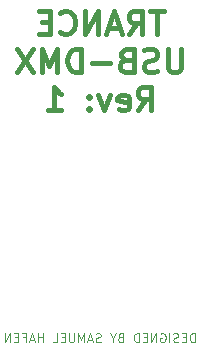
<source format=gbr>
%TF.GenerationSoftware,KiCad,Pcbnew,9.0.0*%
%TF.CreationDate,2025-07-11T23:31:07+02:00*%
%TF.ProjectId,usb-dmx,7573622d-646d-4782-9e6b-696361645f70,1*%
%TF.SameCoordinates,Original*%
%TF.FileFunction,Legend,Bot*%
%TF.FilePolarity,Positive*%
%FSLAX46Y46*%
G04 Gerber Fmt 4.6, Leading zero omitted, Abs format (unit mm)*
G04 Created by KiCad (PCBNEW 9.0.0) date 2025-07-11 23:31:07*
%MOMM*%
%LPD*%
G01*
G04 APERTURE LIST*
%ADD10C,0.093750*%
%ADD11C,0.400000*%
G04 APERTURE END LIST*
D10*
X108017856Y-93342089D02*
X108017856Y-92592089D01*
X108017856Y-92592089D02*
X107839285Y-92592089D01*
X107839285Y-92592089D02*
X107732142Y-92627803D01*
X107732142Y-92627803D02*
X107660713Y-92699232D01*
X107660713Y-92699232D02*
X107624999Y-92770660D01*
X107624999Y-92770660D02*
X107589285Y-92913517D01*
X107589285Y-92913517D02*
X107589285Y-93020660D01*
X107589285Y-93020660D02*
X107624999Y-93163517D01*
X107624999Y-93163517D02*
X107660713Y-93234946D01*
X107660713Y-93234946D02*
X107732142Y-93306375D01*
X107732142Y-93306375D02*
X107839285Y-93342089D01*
X107839285Y-93342089D02*
X108017856Y-93342089D01*
X107267856Y-92949232D02*
X107017856Y-92949232D01*
X106910713Y-93342089D02*
X107267856Y-93342089D01*
X107267856Y-93342089D02*
X107267856Y-92592089D01*
X107267856Y-92592089D02*
X106910713Y-92592089D01*
X106624999Y-93306375D02*
X106517857Y-93342089D01*
X106517857Y-93342089D02*
X106339285Y-93342089D01*
X106339285Y-93342089D02*
X106267857Y-93306375D01*
X106267857Y-93306375D02*
X106232142Y-93270660D01*
X106232142Y-93270660D02*
X106196428Y-93199232D01*
X106196428Y-93199232D02*
X106196428Y-93127803D01*
X106196428Y-93127803D02*
X106232142Y-93056375D01*
X106232142Y-93056375D02*
X106267857Y-93020660D01*
X106267857Y-93020660D02*
X106339285Y-92984946D01*
X106339285Y-92984946D02*
X106482142Y-92949232D01*
X106482142Y-92949232D02*
X106553571Y-92913517D01*
X106553571Y-92913517D02*
X106589285Y-92877803D01*
X106589285Y-92877803D02*
X106624999Y-92806375D01*
X106624999Y-92806375D02*
X106624999Y-92734946D01*
X106624999Y-92734946D02*
X106589285Y-92663517D01*
X106589285Y-92663517D02*
X106553571Y-92627803D01*
X106553571Y-92627803D02*
X106482142Y-92592089D01*
X106482142Y-92592089D02*
X106303571Y-92592089D01*
X106303571Y-92592089D02*
X106196428Y-92627803D01*
X105874999Y-93342089D02*
X105874999Y-92592089D01*
X105124999Y-92627803D02*
X105196428Y-92592089D01*
X105196428Y-92592089D02*
X105303570Y-92592089D01*
X105303570Y-92592089D02*
X105410713Y-92627803D01*
X105410713Y-92627803D02*
X105482142Y-92699232D01*
X105482142Y-92699232D02*
X105517856Y-92770660D01*
X105517856Y-92770660D02*
X105553570Y-92913517D01*
X105553570Y-92913517D02*
X105553570Y-93020660D01*
X105553570Y-93020660D02*
X105517856Y-93163517D01*
X105517856Y-93163517D02*
X105482142Y-93234946D01*
X105482142Y-93234946D02*
X105410713Y-93306375D01*
X105410713Y-93306375D02*
X105303570Y-93342089D01*
X105303570Y-93342089D02*
X105232142Y-93342089D01*
X105232142Y-93342089D02*
X105124999Y-93306375D01*
X105124999Y-93306375D02*
X105089285Y-93270660D01*
X105089285Y-93270660D02*
X105089285Y-93020660D01*
X105089285Y-93020660D02*
X105232142Y-93020660D01*
X104767856Y-93342089D02*
X104767856Y-92592089D01*
X104767856Y-92592089D02*
X104339285Y-93342089D01*
X104339285Y-93342089D02*
X104339285Y-92592089D01*
X103982142Y-92949232D02*
X103732142Y-92949232D01*
X103624999Y-93342089D02*
X103982142Y-93342089D01*
X103982142Y-93342089D02*
X103982142Y-92592089D01*
X103982142Y-92592089D02*
X103624999Y-92592089D01*
X103303571Y-93342089D02*
X103303571Y-92592089D01*
X103303571Y-92592089D02*
X103125000Y-92592089D01*
X103125000Y-92592089D02*
X103017857Y-92627803D01*
X103017857Y-92627803D02*
X102946428Y-92699232D01*
X102946428Y-92699232D02*
X102910714Y-92770660D01*
X102910714Y-92770660D02*
X102875000Y-92913517D01*
X102875000Y-92913517D02*
X102875000Y-93020660D01*
X102875000Y-93020660D02*
X102910714Y-93163517D01*
X102910714Y-93163517D02*
X102946428Y-93234946D01*
X102946428Y-93234946D02*
X103017857Y-93306375D01*
X103017857Y-93306375D02*
X103125000Y-93342089D01*
X103125000Y-93342089D02*
X103303571Y-93342089D01*
X101732142Y-92949232D02*
X101624999Y-92984946D01*
X101624999Y-92984946D02*
X101589285Y-93020660D01*
X101589285Y-93020660D02*
X101553571Y-93092089D01*
X101553571Y-93092089D02*
X101553571Y-93199232D01*
X101553571Y-93199232D02*
X101589285Y-93270660D01*
X101589285Y-93270660D02*
X101624999Y-93306375D01*
X101624999Y-93306375D02*
X101696428Y-93342089D01*
X101696428Y-93342089D02*
X101982142Y-93342089D01*
X101982142Y-93342089D02*
X101982142Y-92592089D01*
X101982142Y-92592089D02*
X101732142Y-92592089D01*
X101732142Y-92592089D02*
X101660714Y-92627803D01*
X101660714Y-92627803D02*
X101624999Y-92663517D01*
X101624999Y-92663517D02*
X101589285Y-92734946D01*
X101589285Y-92734946D02*
X101589285Y-92806375D01*
X101589285Y-92806375D02*
X101624999Y-92877803D01*
X101624999Y-92877803D02*
X101660714Y-92913517D01*
X101660714Y-92913517D02*
X101732142Y-92949232D01*
X101732142Y-92949232D02*
X101982142Y-92949232D01*
X101089285Y-92984946D02*
X101089285Y-93342089D01*
X101339285Y-92592089D02*
X101089285Y-92984946D01*
X101089285Y-92984946D02*
X100839285Y-92592089D01*
X100053570Y-93306375D02*
X99946428Y-93342089D01*
X99946428Y-93342089D02*
X99767856Y-93342089D01*
X99767856Y-93342089D02*
X99696428Y-93306375D01*
X99696428Y-93306375D02*
X99660713Y-93270660D01*
X99660713Y-93270660D02*
X99624999Y-93199232D01*
X99624999Y-93199232D02*
X99624999Y-93127803D01*
X99624999Y-93127803D02*
X99660713Y-93056375D01*
X99660713Y-93056375D02*
X99696428Y-93020660D01*
X99696428Y-93020660D02*
X99767856Y-92984946D01*
X99767856Y-92984946D02*
X99910713Y-92949232D01*
X99910713Y-92949232D02*
X99982142Y-92913517D01*
X99982142Y-92913517D02*
X100017856Y-92877803D01*
X100017856Y-92877803D02*
X100053570Y-92806375D01*
X100053570Y-92806375D02*
X100053570Y-92734946D01*
X100053570Y-92734946D02*
X100017856Y-92663517D01*
X100017856Y-92663517D02*
X99982142Y-92627803D01*
X99982142Y-92627803D02*
X99910713Y-92592089D01*
X99910713Y-92592089D02*
X99732142Y-92592089D01*
X99732142Y-92592089D02*
X99624999Y-92627803D01*
X99339284Y-93127803D02*
X98982142Y-93127803D01*
X99410713Y-93342089D02*
X99160713Y-92592089D01*
X99160713Y-92592089D02*
X98910713Y-93342089D01*
X98660713Y-93342089D02*
X98660713Y-92592089D01*
X98660713Y-92592089D02*
X98410713Y-93127803D01*
X98410713Y-93127803D02*
X98160713Y-92592089D01*
X98160713Y-92592089D02*
X98160713Y-93342089D01*
X97803570Y-92592089D02*
X97803570Y-93199232D01*
X97803570Y-93199232D02*
X97767856Y-93270660D01*
X97767856Y-93270660D02*
X97732142Y-93306375D01*
X97732142Y-93306375D02*
X97660713Y-93342089D01*
X97660713Y-93342089D02*
X97517856Y-93342089D01*
X97517856Y-93342089D02*
X97446427Y-93306375D01*
X97446427Y-93306375D02*
X97410713Y-93270660D01*
X97410713Y-93270660D02*
X97374999Y-93199232D01*
X97374999Y-93199232D02*
X97374999Y-92592089D01*
X97017856Y-92949232D02*
X96767856Y-92949232D01*
X96660713Y-93342089D02*
X97017856Y-93342089D01*
X97017856Y-93342089D02*
X97017856Y-92592089D01*
X97017856Y-92592089D02*
X96660713Y-92592089D01*
X95982142Y-93342089D02*
X96339285Y-93342089D01*
X96339285Y-93342089D02*
X96339285Y-92592089D01*
X95160713Y-93342089D02*
X95160713Y-92592089D01*
X95160713Y-92949232D02*
X94732142Y-92949232D01*
X94732142Y-93342089D02*
X94732142Y-92592089D01*
X94410713Y-93127803D02*
X94053571Y-93127803D01*
X94482142Y-93342089D02*
X94232142Y-92592089D01*
X94232142Y-92592089D02*
X93982142Y-93342089D01*
X93482142Y-92949232D02*
X93732142Y-92949232D01*
X93732142Y-93342089D02*
X93732142Y-92592089D01*
X93732142Y-92592089D02*
X93374999Y-92592089D01*
X93089285Y-92949232D02*
X92839285Y-92949232D01*
X92732142Y-93342089D02*
X93089285Y-93342089D01*
X93089285Y-93342089D02*
X93089285Y-92592089D01*
X93089285Y-92592089D02*
X92732142Y-92592089D01*
X92410714Y-93342089D02*
X92410714Y-92592089D01*
X92410714Y-92592089D02*
X91982143Y-93342089D01*
X91982143Y-93342089D02*
X91982143Y-92592089D01*
D11*
X105380952Y-65294662D02*
X104238095Y-65294662D01*
X104809524Y-67294662D02*
X104809524Y-65294662D01*
X102428571Y-67294662D02*
X103095238Y-66342281D01*
X103571428Y-67294662D02*
X103571428Y-65294662D01*
X103571428Y-65294662D02*
X102809523Y-65294662D01*
X102809523Y-65294662D02*
X102619047Y-65389900D01*
X102619047Y-65389900D02*
X102523809Y-65485138D01*
X102523809Y-65485138D02*
X102428571Y-65675614D01*
X102428571Y-65675614D02*
X102428571Y-65961328D01*
X102428571Y-65961328D02*
X102523809Y-66151804D01*
X102523809Y-66151804D02*
X102619047Y-66247043D01*
X102619047Y-66247043D02*
X102809523Y-66342281D01*
X102809523Y-66342281D02*
X103571428Y-66342281D01*
X101666666Y-66723233D02*
X100714285Y-66723233D01*
X101857142Y-67294662D02*
X101190476Y-65294662D01*
X101190476Y-65294662D02*
X100523809Y-67294662D01*
X99857142Y-67294662D02*
X99857142Y-65294662D01*
X99857142Y-65294662D02*
X98714285Y-67294662D01*
X98714285Y-67294662D02*
X98714285Y-65294662D01*
X96619047Y-67104185D02*
X96714285Y-67199424D01*
X96714285Y-67199424D02*
X96999999Y-67294662D01*
X96999999Y-67294662D02*
X97190475Y-67294662D01*
X97190475Y-67294662D02*
X97476190Y-67199424D01*
X97476190Y-67199424D02*
X97666666Y-67008947D01*
X97666666Y-67008947D02*
X97761904Y-66818471D01*
X97761904Y-66818471D02*
X97857142Y-66437519D01*
X97857142Y-66437519D02*
X97857142Y-66151804D01*
X97857142Y-66151804D02*
X97761904Y-65770852D01*
X97761904Y-65770852D02*
X97666666Y-65580376D01*
X97666666Y-65580376D02*
X97476190Y-65389900D01*
X97476190Y-65389900D02*
X97190475Y-65294662D01*
X97190475Y-65294662D02*
X96999999Y-65294662D01*
X96999999Y-65294662D02*
X96714285Y-65389900D01*
X96714285Y-65389900D02*
X96619047Y-65485138D01*
X95761904Y-66247043D02*
X95095237Y-66247043D01*
X94809523Y-67294662D02*
X95761904Y-67294662D01*
X95761904Y-67294662D02*
X95761904Y-65294662D01*
X95761904Y-65294662D02*
X94809523Y-65294662D01*
X106857142Y-68514550D02*
X106857142Y-70133597D01*
X106857142Y-70133597D02*
X106761904Y-70324073D01*
X106761904Y-70324073D02*
X106666666Y-70419312D01*
X106666666Y-70419312D02*
X106476190Y-70514550D01*
X106476190Y-70514550D02*
X106095237Y-70514550D01*
X106095237Y-70514550D02*
X105904761Y-70419312D01*
X105904761Y-70419312D02*
X105809523Y-70324073D01*
X105809523Y-70324073D02*
X105714285Y-70133597D01*
X105714285Y-70133597D02*
X105714285Y-68514550D01*
X104857142Y-70419312D02*
X104571428Y-70514550D01*
X104571428Y-70514550D02*
X104095237Y-70514550D01*
X104095237Y-70514550D02*
X103904761Y-70419312D01*
X103904761Y-70419312D02*
X103809523Y-70324073D01*
X103809523Y-70324073D02*
X103714285Y-70133597D01*
X103714285Y-70133597D02*
X103714285Y-69943121D01*
X103714285Y-69943121D02*
X103809523Y-69752645D01*
X103809523Y-69752645D02*
X103904761Y-69657407D01*
X103904761Y-69657407D02*
X104095237Y-69562169D01*
X104095237Y-69562169D02*
X104476190Y-69466931D01*
X104476190Y-69466931D02*
X104666666Y-69371692D01*
X104666666Y-69371692D02*
X104761904Y-69276454D01*
X104761904Y-69276454D02*
X104857142Y-69085978D01*
X104857142Y-69085978D02*
X104857142Y-68895502D01*
X104857142Y-68895502D02*
X104761904Y-68705026D01*
X104761904Y-68705026D02*
X104666666Y-68609788D01*
X104666666Y-68609788D02*
X104476190Y-68514550D01*
X104476190Y-68514550D02*
X103999999Y-68514550D01*
X103999999Y-68514550D02*
X103714285Y-68609788D01*
X102190475Y-69466931D02*
X101904761Y-69562169D01*
X101904761Y-69562169D02*
X101809523Y-69657407D01*
X101809523Y-69657407D02*
X101714285Y-69847883D01*
X101714285Y-69847883D02*
X101714285Y-70133597D01*
X101714285Y-70133597D02*
X101809523Y-70324073D01*
X101809523Y-70324073D02*
X101904761Y-70419312D01*
X101904761Y-70419312D02*
X102095237Y-70514550D01*
X102095237Y-70514550D02*
X102857142Y-70514550D01*
X102857142Y-70514550D02*
X102857142Y-68514550D01*
X102857142Y-68514550D02*
X102190475Y-68514550D01*
X102190475Y-68514550D02*
X101999999Y-68609788D01*
X101999999Y-68609788D02*
X101904761Y-68705026D01*
X101904761Y-68705026D02*
X101809523Y-68895502D01*
X101809523Y-68895502D02*
X101809523Y-69085978D01*
X101809523Y-69085978D02*
X101904761Y-69276454D01*
X101904761Y-69276454D02*
X101999999Y-69371692D01*
X101999999Y-69371692D02*
X102190475Y-69466931D01*
X102190475Y-69466931D02*
X102857142Y-69466931D01*
X100857142Y-69752645D02*
X99333333Y-69752645D01*
X98380952Y-70514550D02*
X98380952Y-68514550D01*
X98380952Y-68514550D02*
X97904762Y-68514550D01*
X97904762Y-68514550D02*
X97619047Y-68609788D01*
X97619047Y-68609788D02*
X97428571Y-68800264D01*
X97428571Y-68800264D02*
X97333333Y-68990740D01*
X97333333Y-68990740D02*
X97238095Y-69371692D01*
X97238095Y-69371692D02*
X97238095Y-69657407D01*
X97238095Y-69657407D02*
X97333333Y-70038359D01*
X97333333Y-70038359D02*
X97428571Y-70228835D01*
X97428571Y-70228835D02*
X97619047Y-70419312D01*
X97619047Y-70419312D02*
X97904762Y-70514550D01*
X97904762Y-70514550D02*
X98380952Y-70514550D01*
X96380952Y-70514550D02*
X96380952Y-68514550D01*
X96380952Y-68514550D02*
X95714285Y-69943121D01*
X95714285Y-69943121D02*
X95047619Y-68514550D01*
X95047619Y-68514550D02*
X95047619Y-70514550D01*
X94285714Y-68514550D02*
X92952381Y-70514550D01*
X92952381Y-68514550D02*
X94285714Y-70514550D01*
X103190476Y-73734438D02*
X103857143Y-72782057D01*
X104333333Y-73734438D02*
X104333333Y-71734438D01*
X104333333Y-71734438D02*
X103571428Y-71734438D01*
X103571428Y-71734438D02*
X103380952Y-71829676D01*
X103380952Y-71829676D02*
X103285714Y-71924914D01*
X103285714Y-71924914D02*
X103190476Y-72115390D01*
X103190476Y-72115390D02*
X103190476Y-72401104D01*
X103190476Y-72401104D02*
X103285714Y-72591580D01*
X103285714Y-72591580D02*
X103380952Y-72686819D01*
X103380952Y-72686819D02*
X103571428Y-72782057D01*
X103571428Y-72782057D02*
X104333333Y-72782057D01*
X101571428Y-73639200D02*
X101761904Y-73734438D01*
X101761904Y-73734438D02*
X102142857Y-73734438D01*
X102142857Y-73734438D02*
X102333333Y-73639200D01*
X102333333Y-73639200D02*
X102428571Y-73448723D01*
X102428571Y-73448723D02*
X102428571Y-72686819D01*
X102428571Y-72686819D02*
X102333333Y-72496342D01*
X102333333Y-72496342D02*
X102142857Y-72401104D01*
X102142857Y-72401104D02*
X101761904Y-72401104D01*
X101761904Y-72401104D02*
X101571428Y-72496342D01*
X101571428Y-72496342D02*
X101476190Y-72686819D01*
X101476190Y-72686819D02*
X101476190Y-72877295D01*
X101476190Y-72877295D02*
X102428571Y-73067771D01*
X100809523Y-72401104D02*
X100333333Y-73734438D01*
X100333333Y-73734438D02*
X99857142Y-72401104D01*
X99095237Y-73543961D02*
X98999999Y-73639200D01*
X98999999Y-73639200D02*
X99095237Y-73734438D01*
X99095237Y-73734438D02*
X99190475Y-73639200D01*
X99190475Y-73639200D02*
X99095237Y-73543961D01*
X99095237Y-73543961D02*
X99095237Y-73734438D01*
X99095237Y-72496342D02*
X98999999Y-72591580D01*
X98999999Y-72591580D02*
X99095237Y-72686819D01*
X99095237Y-72686819D02*
X99190475Y-72591580D01*
X99190475Y-72591580D02*
X99095237Y-72496342D01*
X99095237Y-72496342D02*
X99095237Y-72686819D01*
X95571427Y-73734438D02*
X96714284Y-73734438D01*
X96142856Y-73734438D02*
X96142856Y-71734438D01*
X96142856Y-71734438D02*
X96333332Y-72020152D01*
X96333332Y-72020152D02*
X96523808Y-72210628D01*
X96523808Y-72210628D02*
X96714284Y-72305866D01*
M02*

</source>
